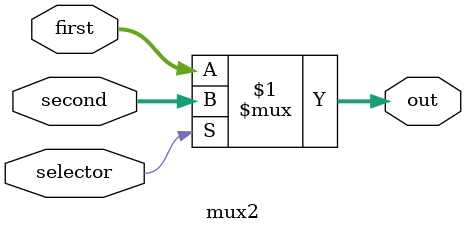
<source format=sv>
`timescale 1ns/1ns
module mux2 #(parameter Length = 32)(
    input [ Length - 1 : 0 ] first,
    input [ Length - 1 : 0 ] second,
    input selector,
    output [ Length - 1 : 0 ] out
);

	assign out = selector ? second :first; 

endmodule

</source>
